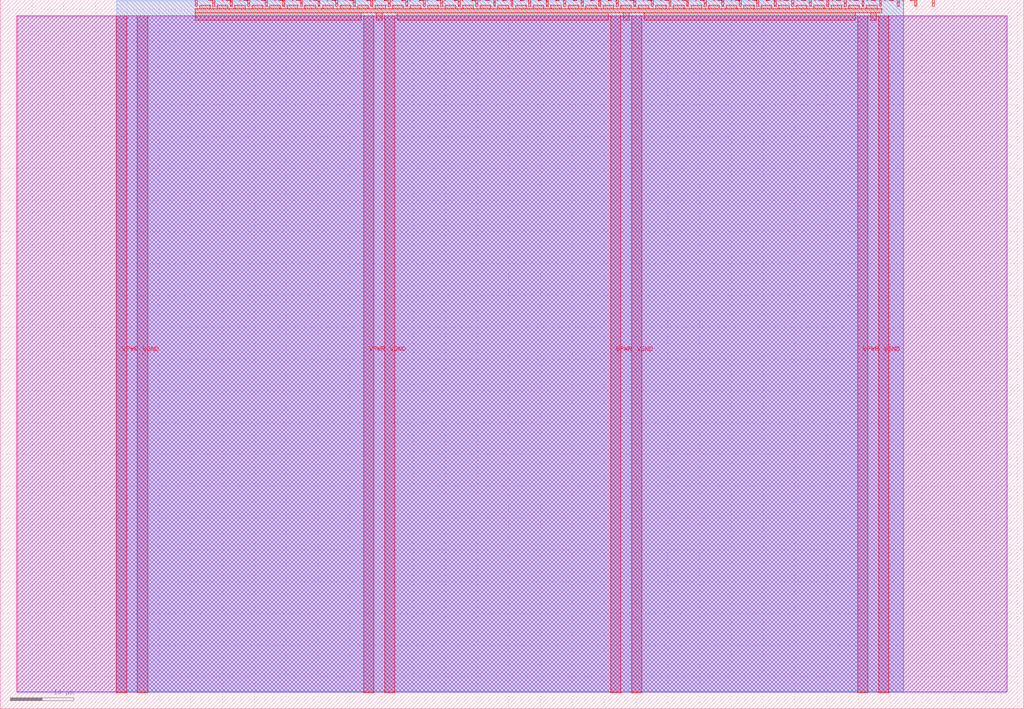
<source format=lef>
VERSION 5.7 ;
  NOWIREEXTENSIONATPIN ON ;
  DIVIDERCHAR "/" ;
  BUSBITCHARS "[]" ;
MACRO tt_um_wokwi_424258886592285697
  CLASS BLOCK ;
  FOREIGN tt_um_wokwi_424258886592285697 ;
  ORIGIN 0.000 0.000 ;
  SIZE 161.000 BY 111.520 ;
  PIN VGND
    DIRECTION INOUT ;
    USE GROUND ;
    PORT
      LAYER met4 ;
        RECT 21.580 2.480 23.180 109.040 ;
    END
    PORT
      LAYER met4 ;
        RECT 60.450 2.480 62.050 109.040 ;
    END
    PORT
      LAYER met4 ;
        RECT 99.320 2.480 100.920 109.040 ;
    END
    PORT
      LAYER met4 ;
        RECT 138.190 2.480 139.790 109.040 ;
    END
  END VGND
  PIN VPWR
    DIRECTION INOUT ;
    USE POWER ;
    PORT
      LAYER met4 ;
        RECT 18.280 2.480 19.880 109.040 ;
    END
    PORT
      LAYER met4 ;
        RECT 57.150 2.480 58.750 109.040 ;
    END
    PORT
      LAYER met4 ;
        RECT 96.020 2.480 97.620 109.040 ;
    END
    PORT
      LAYER met4 ;
        RECT 134.890 2.480 136.490 109.040 ;
    END
  END VPWR
  PIN clk
    DIRECTION INPUT ;
    USE SIGNAL ;
    PORT
      LAYER met4 ;
        RECT 143.830 110.520 144.130 111.520 ;
    END
  END clk
  PIN ena
    DIRECTION INPUT ;
    USE SIGNAL ;
    PORT
      LAYER met4 ;
        RECT 146.590 110.520 146.890 111.520 ;
    END
  END ena
  PIN rst_n
    DIRECTION INPUT ;
    USE SIGNAL ;
    PORT
      LAYER met4 ;
        RECT 141.070 110.520 141.370 111.520 ;
    END
  END rst_n
  PIN ui_in[0]
    DIRECTION INPUT ;
    USE SIGNAL ;
    ANTENNAGATEAREA 0.196500 ;
    PORT
      LAYER met4 ;
        RECT 138.310 110.520 138.610 111.520 ;
    END
  END ui_in[0]
  PIN ui_in[1]
    DIRECTION INPUT ;
    USE SIGNAL ;
    ANTENNAGATEAREA 0.196500 ;
    PORT
      LAYER met4 ;
        RECT 135.550 110.520 135.850 111.520 ;
    END
  END ui_in[1]
  PIN ui_in[2]
    DIRECTION INPUT ;
    USE SIGNAL ;
    ANTENNAGATEAREA 0.196500 ;
    PORT
      LAYER met4 ;
        RECT 132.790 110.520 133.090 111.520 ;
    END
  END ui_in[2]
  PIN ui_in[3]
    DIRECTION INPUT ;
    USE SIGNAL ;
    PORT
      LAYER met4 ;
        RECT 130.030 110.520 130.330 111.520 ;
    END
  END ui_in[3]
  PIN ui_in[4]
    DIRECTION INPUT ;
    USE SIGNAL ;
    PORT
      LAYER met4 ;
        RECT 127.270 110.520 127.570 111.520 ;
    END
  END ui_in[4]
  PIN ui_in[5]
    DIRECTION INPUT ;
    USE SIGNAL ;
    PORT
      LAYER met4 ;
        RECT 124.510 110.520 124.810 111.520 ;
    END
  END ui_in[5]
  PIN ui_in[6]
    DIRECTION INPUT ;
    USE SIGNAL ;
    PORT
      LAYER met4 ;
        RECT 121.750 110.520 122.050 111.520 ;
    END
  END ui_in[6]
  PIN ui_in[7]
    DIRECTION INPUT ;
    USE SIGNAL ;
    PORT
      LAYER met4 ;
        RECT 118.990 110.520 119.290 111.520 ;
    END
  END ui_in[7]
  PIN uio_in[0]
    DIRECTION INPUT ;
    USE SIGNAL ;
    PORT
      LAYER met4 ;
        RECT 116.230 110.520 116.530 111.520 ;
    END
  END uio_in[0]
  PIN uio_in[1]
    DIRECTION INPUT ;
    USE SIGNAL ;
    PORT
      LAYER met4 ;
        RECT 113.470 110.520 113.770 111.520 ;
    END
  END uio_in[1]
  PIN uio_in[2]
    DIRECTION INPUT ;
    USE SIGNAL ;
    PORT
      LAYER met4 ;
        RECT 110.710 110.520 111.010 111.520 ;
    END
  END uio_in[2]
  PIN uio_in[3]
    DIRECTION INPUT ;
    USE SIGNAL ;
    PORT
      LAYER met4 ;
        RECT 107.950 110.520 108.250 111.520 ;
    END
  END uio_in[3]
  PIN uio_in[4]
    DIRECTION INPUT ;
    USE SIGNAL ;
    PORT
      LAYER met4 ;
        RECT 105.190 110.520 105.490 111.520 ;
    END
  END uio_in[4]
  PIN uio_in[5]
    DIRECTION INPUT ;
    USE SIGNAL ;
    PORT
      LAYER met4 ;
        RECT 102.430 110.520 102.730 111.520 ;
    END
  END uio_in[5]
  PIN uio_in[6]
    DIRECTION INPUT ;
    USE SIGNAL ;
    PORT
      LAYER met4 ;
        RECT 99.670 110.520 99.970 111.520 ;
    END
  END uio_in[6]
  PIN uio_in[7]
    DIRECTION INPUT ;
    USE SIGNAL ;
    PORT
      LAYER met4 ;
        RECT 96.910 110.520 97.210 111.520 ;
    END
  END uio_in[7]
  PIN uio_oe[0]
    DIRECTION OUTPUT ;
    USE SIGNAL ;
    PORT
      LAYER met4 ;
        RECT 49.990 110.520 50.290 111.520 ;
    END
  END uio_oe[0]
  PIN uio_oe[1]
    DIRECTION OUTPUT ;
    USE SIGNAL ;
    PORT
      LAYER met4 ;
        RECT 47.230 110.520 47.530 111.520 ;
    END
  END uio_oe[1]
  PIN uio_oe[2]
    DIRECTION OUTPUT ;
    USE SIGNAL ;
    PORT
      LAYER met4 ;
        RECT 44.470 110.520 44.770 111.520 ;
    END
  END uio_oe[2]
  PIN uio_oe[3]
    DIRECTION OUTPUT ;
    USE SIGNAL ;
    PORT
      LAYER met4 ;
        RECT 41.710 110.520 42.010 111.520 ;
    END
  END uio_oe[3]
  PIN uio_oe[4]
    DIRECTION OUTPUT ;
    USE SIGNAL ;
    PORT
      LAYER met4 ;
        RECT 38.950 110.520 39.250 111.520 ;
    END
  END uio_oe[4]
  PIN uio_oe[5]
    DIRECTION OUTPUT ;
    USE SIGNAL ;
    PORT
      LAYER met4 ;
        RECT 36.190 110.520 36.490 111.520 ;
    END
  END uio_oe[5]
  PIN uio_oe[6]
    DIRECTION OUTPUT ;
    USE SIGNAL ;
    PORT
      LAYER met4 ;
        RECT 33.430 110.520 33.730 111.520 ;
    END
  END uio_oe[6]
  PIN uio_oe[7]
    DIRECTION OUTPUT ;
    USE SIGNAL ;
    PORT
      LAYER met4 ;
        RECT 30.670 110.520 30.970 111.520 ;
    END
  END uio_oe[7]
  PIN uio_out[0]
    DIRECTION OUTPUT ;
    USE SIGNAL ;
    PORT
      LAYER met4 ;
        RECT 72.070 110.520 72.370 111.520 ;
    END
  END uio_out[0]
  PIN uio_out[1]
    DIRECTION OUTPUT ;
    USE SIGNAL ;
    PORT
      LAYER met4 ;
        RECT 69.310 110.520 69.610 111.520 ;
    END
  END uio_out[1]
  PIN uio_out[2]
    DIRECTION OUTPUT ;
    USE SIGNAL ;
    PORT
      LAYER met4 ;
        RECT 66.550 110.520 66.850 111.520 ;
    END
  END uio_out[2]
  PIN uio_out[3]
    DIRECTION OUTPUT ;
    USE SIGNAL ;
    PORT
      LAYER met4 ;
        RECT 63.790 110.520 64.090 111.520 ;
    END
  END uio_out[3]
  PIN uio_out[4]
    DIRECTION OUTPUT ;
    USE SIGNAL ;
    PORT
      LAYER met4 ;
        RECT 61.030 110.520 61.330 111.520 ;
    END
  END uio_out[4]
  PIN uio_out[5]
    DIRECTION OUTPUT ;
    USE SIGNAL ;
    PORT
      LAYER met4 ;
        RECT 58.270 110.520 58.570 111.520 ;
    END
  END uio_out[5]
  PIN uio_out[6]
    DIRECTION OUTPUT ;
    USE SIGNAL ;
    PORT
      LAYER met4 ;
        RECT 55.510 110.520 55.810 111.520 ;
    END
  END uio_out[6]
  PIN uio_out[7]
    DIRECTION OUTPUT ;
    USE SIGNAL ;
    PORT
      LAYER met4 ;
        RECT 52.750 110.520 53.050 111.520 ;
    END
  END uio_out[7]
  PIN uo_out[0]
    DIRECTION OUTPUT ;
    USE SIGNAL ;
    ANTENNADIFFAREA 0.795200 ;
    PORT
      LAYER met4 ;
        RECT 94.150 110.520 94.450 111.520 ;
    END
  END uo_out[0]
  PIN uo_out[1]
    DIRECTION OUTPUT ;
    USE SIGNAL ;
    PORT
      LAYER met4 ;
        RECT 91.390 110.520 91.690 111.520 ;
    END
  END uo_out[1]
  PIN uo_out[2]
    DIRECTION OUTPUT ;
    USE SIGNAL ;
    PORT
      LAYER met4 ;
        RECT 88.630 110.520 88.930 111.520 ;
    END
  END uo_out[2]
  PIN uo_out[3]
    DIRECTION OUTPUT ;
    USE SIGNAL ;
    PORT
      LAYER met4 ;
        RECT 85.870 110.520 86.170 111.520 ;
    END
  END uo_out[3]
  PIN uo_out[4]
    DIRECTION OUTPUT ;
    USE SIGNAL ;
    PORT
      LAYER met4 ;
        RECT 83.110 110.520 83.410 111.520 ;
    END
  END uo_out[4]
  PIN uo_out[5]
    DIRECTION OUTPUT ;
    USE SIGNAL ;
    PORT
      LAYER met4 ;
        RECT 80.350 110.520 80.650 111.520 ;
    END
  END uo_out[5]
  PIN uo_out[6]
    DIRECTION OUTPUT ;
    USE SIGNAL ;
    PORT
      LAYER met4 ;
        RECT 77.590 110.520 77.890 111.520 ;
    END
  END uo_out[6]
  PIN uo_out[7]
    DIRECTION OUTPUT ;
    USE SIGNAL ;
    PORT
      LAYER met4 ;
        RECT 74.830 110.520 75.130 111.520 ;
    END
  END uo_out[7]
  OBS
      LAYER nwell ;
        RECT 2.570 2.635 158.430 108.990 ;
      LAYER li1 ;
        RECT 2.760 2.635 158.240 108.885 ;
      LAYER met1 ;
        RECT 2.760 2.480 158.240 109.040 ;
      LAYER met2 ;
        RECT 18.310 2.535 142.050 111.365 ;
      LAYER met3 ;
        RECT 18.290 2.555 142.075 111.345 ;
      LAYER met4 ;
        RECT 31.370 110.120 33.030 110.665 ;
        RECT 34.130 110.120 35.790 110.665 ;
        RECT 36.890 110.120 38.550 110.665 ;
        RECT 39.650 110.120 41.310 110.665 ;
        RECT 42.410 110.120 44.070 110.665 ;
        RECT 45.170 110.120 46.830 110.665 ;
        RECT 47.930 110.120 49.590 110.665 ;
        RECT 50.690 110.120 52.350 110.665 ;
        RECT 53.450 110.120 55.110 110.665 ;
        RECT 56.210 110.120 57.870 110.665 ;
        RECT 58.970 110.120 60.630 110.665 ;
        RECT 61.730 110.120 63.390 110.665 ;
        RECT 64.490 110.120 66.150 110.665 ;
        RECT 67.250 110.120 68.910 110.665 ;
        RECT 70.010 110.120 71.670 110.665 ;
        RECT 72.770 110.120 74.430 110.665 ;
        RECT 75.530 110.120 77.190 110.665 ;
        RECT 78.290 110.120 79.950 110.665 ;
        RECT 81.050 110.120 82.710 110.665 ;
        RECT 83.810 110.120 85.470 110.665 ;
        RECT 86.570 110.120 88.230 110.665 ;
        RECT 89.330 110.120 90.990 110.665 ;
        RECT 92.090 110.120 93.750 110.665 ;
        RECT 94.850 110.120 96.510 110.665 ;
        RECT 97.610 110.120 99.270 110.665 ;
        RECT 100.370 110.120 102.030 110.665 ;
        RECT 103.130 110.120 104.790 110.665 ;
        RECT 105.890 110.120 107.550 110.665 ;
        RECT 108.650 110.120 110.310 110.665 ;
        RECT 111.410 110.120 113.070 110.665 ;
        RECT 114.170 110.120 115.830 110.665 ;
        RECT 116.930 110.120 118.590 110.665 ;
        RECT 119.690 110.120 121.350 110.665 ;
        RECT 122.450 110.120 124.110 110.665 ;
        RECT 125.210 110.120 126.870 110.665 ;
        RECT 127.970 110.120 129.630 110.665 ;
        RECT 130.730 110.120 132.390 110.665 ;
        RECT 133.490 110.120 135.150 110.665 ;
        RECT 136.250 110.120 137.910 110.665 ;
        RECT 30.655 109.440 138.625 110.120 ;
        RECT 30.655 108.295 56.750 109.440 ;
        RECT 59.150 108.295 60.050 109.440 ;
        RECT 62.450 108.295 95.620 109.440 ;
        RECT 98.020 108.295 98.920 109.440 ;
        RECT 101.320 108.295 134.490 109.440 ;
        RECT 136.890 108.295 137.790 109.440 ;
  END
END tt_um_wokwi_424258886592285697
END LIBRARY


</source>
